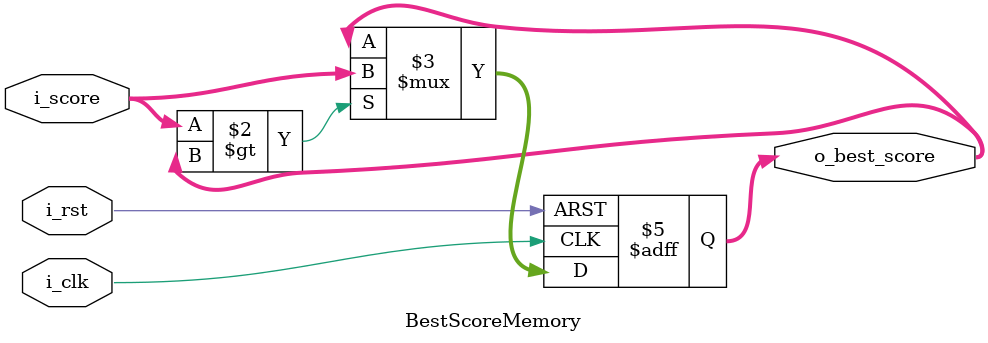
<source format=v>
module BestScoreMemory (
    input  wire       i_clk,        // system clock
    input  wire       i_rst,        // reset
    input  wire [6:0] i_score,      // current score 0..99
    output reg  [6:0] o_best_score  // best score
);
    always @(posedge i_clk or posedge i_rst) begin
        if (i_rst) 
            o_best_score <= 0;                // reset best score
        else if (i_score > o_best_score)
            o_best_score <= i_score;         // update if new high score
    end

endmodule

</source>
